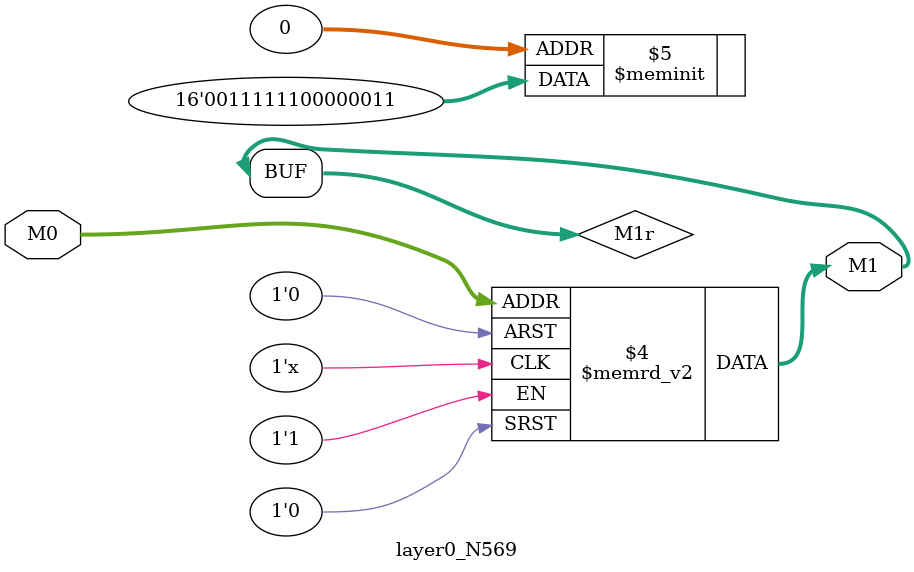
<source format=v>
module layer0_N569 ( input [2:0] M0, output [1:0] M1 );

	(*rom_style = "distributed" *) reg [1:0] M1r;
	assign M1 = M1r;
	always @ (M0) begin
		case (M0)
			3'b000: M1r = 2'b11;
			3'b100: M1r = 2'b11;
			3'b010: M1r = 2'b00;
			3'b110: M1r = 2'b11;
			3'b001: M1r = 2'b00;
			3'b101: M1r = 2'b11;
			3'b011: M1r = 2'b00;
			3'b111: M1r = 2'b00;

		endcase
	end
endmodule

</source>
